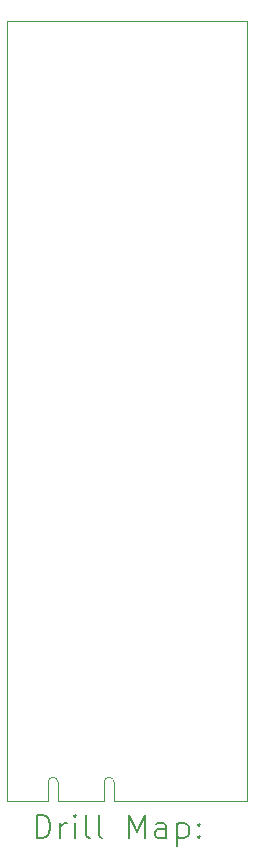
<source format=gbr>
%TF.GenerationSoftware,KiCad,Pcbnew,8.0.5*%
%TF.CreationDate,2024-10-24T23:20:34+02:00*%
%TF.ProjectId,iot-opentherm,696f742d-6f70-4656-9e74-6865726d2e6b,rev?*%
%TF.SameCoordinates,Original*%
%TF.FileFunction,Drillmap*%
%TF.FilePolarity,Positive*%
%FSLAX45Y45*%
G04 Gerber Fmt 4.5, Leading zero omitted, Abs format (unit mm)*
G04 Created by KiCad (PCBNEW 8.0.5) date 2024-10-24 23:20:34*
%MOMM*%
%LPD*%
G01*
G04 APERTURE LIST*
%ADD10C,0.101600*%
%ADD11C,0.100000*%
%ADD12C,0.200000*%
G04 APERTURE END LIST*
D10*
X12599840Y-11214320D02*
X12344400Y-11214100D01*
X12344400Y-4610100D02*
X14376400Y-4610100D01*
X14376400Y-11214100D02*
X13349840Y-11214320D01*
X14376400Y-4610100D02*
X14376400Y-11214100D01*
X12344400Y-11214100D02*
X12344400Y-4610100D01*
X12599840Y-11214320D02*
X12599840Y-11214320D01*
D11*
X12599840Y-11214320D02*
X12694840Y-11214320D01*
X12694840Y-11056820D02*
X12694840Y-11214320D01*
X12779840Y-11056820D02*
X12779840Y-11214320D01*
X12779840Y-11214320D02*
X13169840Y-11214320D01*
X13169840Y-11056820D02*
X13169840Y-11214320D01*
X13254840Y-11056820D02*
X13254840Y-11214320D01*
X13254840Y-11214320D02*
X13349840Y-11214320D01*
X12694840Y-11056820D02*
G75*
G02*
X12779840Y-11056820I42500J0D01*
G01*
X13169840Y-11056820D02*
G75*
G02*
X13254840Y-11056820I42500J0D01*
G01*
D12*
X12600097Y-11530884D02*
X12600097Y-11330884D01*
X12600097Y-11330884D02*
X12647716Y-11330884D01*
X12647716Y-11330884D02*
X12676287Y-11340408D01*
X12676287Y-11340408D02*
X12695335Y-11359455D01*
X12695335Y-11359455D02*
X12704859Y-11378503D01*
X12704859Y-11378503D02*
X12714382Y-11416598D01*
X12714382Y-11416598D02*
X12714382Y-11445169D01*
X12714382Y-11445169D02*
X12704859Y-11483265D01*
X12704859Y-11483265D02*
X12695335Y-11502312D01*
X12695335Y-11502312D02*
X12676287Y-11521360D01*
X12676287Y-11521360D02*
X12647716Y-11530884D01*
X12647716Y-11530884D02*
X12600097Y-11530884D01*
X12800097Y-11530884D02*
X12800097Y-11397550D01*
X12800097Y-11435646D02*
X12809621Y-11416598D01*
X12809621Y-11416598D02*
X12819144Y-11407074D01*
X12819144Y-11407074D02*
X12838192Y-11397550D01*
X12838192Y-11397550D02*
X12857240Y-11397550D01*
X12923906Y-11530884D02*
X12923906Y-11397550D01*
X12923906Y-11330884D02*
X12914382Y-11340408D01*
X12914382Y-11340408D02*
X12923906Y-11349931D01*
X12923906Y-11349931D02*
X12933430Y-11340408D01*
X12933430Y-11340408D02*
X12923906Y-11330884D01*
X12923906Y-11330884D02*
X12923906Y-11349931D01*
X13047716Y-11530884D02*
X13028668Y-11521360D01*
X13028668Y-11521360D02*
X13019144Y-11502312D01*
X13019144Y-11502312D02*
X13019144Y-11330884D01*
X13152478Y-11530884D02*
X13133430Y-11521360D01*
X13133430Y-11521360D02*
X13123906Y-11502312D01*
X13123906Y-11502312D02*
X13123906Y-11330884D01*
X13381049Y-11530884D02*
X13381049Y-11330884D01*
X13381049Y-11330884D02*
X13447716Y-11473741D01*
X13447716Y-11473741D02*
X13514382Y-11330884D01*
X13514382Y-11330884D02*
X13514382Y-11530884D01*
X13695335Y-11530884D02*
X13695335Y-11426122D01*
X13695335Y-11426122D02*
X13685811Y-11407074D01*
X13685811Y-11407074D02*
X13666763Y-11397550D01*
X13666763Y-11397550D02*
X13628668Y-11397550D01*
X13628668Y-11397550D02*
X13609621Y-11407074D01*
X13695335Y-11521360D02*
X13676287Y-11530884D01*
X13676287Y-11530884D02*
X13628668Y-11530884D01*
X13628668Y-11530884D02*
X13609621Y-11521360D01*
X13609621Y-11521360D02*
X13600097Y-11502312D01*
X13600097Y-11502312D02*
X13600097Y-11483265D01*
X13600097Y-11483265D02*
X13609621Y-11464217D01*
X13609621Y-11464217D02*
X13628668Y-11454693D01*
X13628668Y-11454693D02*
X13676287Y-11454693D01*
X13676287Y-11454693D02*
X13695335Y-11445169D01*
X13790573Y-11397550D02*
X13790573Y-11597550D01*
X13790573Y-11407074D02*
X13809621Y-11397550D01*
X13809621Y-11397550D02*
X13847716Y-11397550D01*
X13847716Y-11397550D02*
X13866763Y-11407074D01*
X13866763Y-11407074D02*
X13876287Y-11416598D01*
X13876287Y-11416598D02*
X13885811Y-11435646D01*
X13885811Y-11435646D02*
X13885811Y-11492788D01*
X13885811Y-11492788D02*
X13876287Y-11511836D01*
X13876287Y-11511836D02*
X13866763Y-11521360D01*
X13866763Y-11521360D02*
X13847716Y-11530884D01*
X13847716Y-11530884D02*
X13809621Y-11530884D01*
X13809621Y-11530884D02*
X13790573Y-11521360D01*
X13971525Y-11511836D02*
X13981049Y-11521360D01*
X13981049Y-11521360D02*
X13971525Y-11530884D01*
X13971525Y-11530884D02*
X13962002Y-11521360D01*
X13962002Y-11521360D02*
X13971525Y-11511836D01*
X13971525Y-11511836D02*
X13971525Y-11530884D01*
X13971525Y-11407074D02*
X13981049Y-11416598D01*
X13981049Y-11416598D02*
X13971525Y-11426122D01*
X13971525Y-11426122D02*
X13962002Y-11416598D01*
X13962002Y-11416598D02*
X13971525Y-11407074D01*
X13971525Y-11407074D02*
X13971525Y-11426122D01*
M02*

</source>
